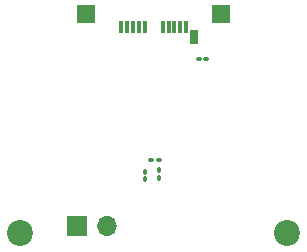
<source format=gbr>
%TF.GenerationSoftware,KiCad,Pcbnew,7.0.6*%
%TF.CreationDate,2023-07-11T14:09:12+02:00*%
%TF.ProjectId,power-output,706f7765-722d-46f7-9574-7075742e6b69,X1*%
%TF.SameCoordinates,Original*%
%TF.FileFunction,Soldermask,Bot*%
%TF.FilePolarity,Negative*%
%FSLAX46Y46*%
G04 Gerber Fmt 4.6, Leading zero omitted, Abs format (unit mm)*
G04 Created by KiCad (PCBNEW 7.0.6) date 2023-07-11 14:09:12*
%MOMM*%
%LPD*%
G01*
G04 APERTURE LIST*
G04 Aperture macros list*
%AMRoundRect*
0 Rectangle with rounded corners*
0 $1 Rounding radius*
0 $2 $3 $4 $5 $6 $7 $8 $9 X,Y pos of 4 corners*
0 Add a 4 corners polygon primitive as box body*
4,1,4,$2,$3,$4,$5,$6,$7,$8,$9,$2,$3,0*
0 Add four circle primitives for the rounded corners*
1,1,$1+$1,$2,$3*
1,1,$1+$1,$4,$5*
1,1,$1+$1,$6,$7*
1,1,$1+$1,$8,$9*
0 Add four rect primitives between the rounded corners*
20,1,$1+$1,$2,$3,$4,$5,0*
20,1,$1+$1,$4,$5,$6,$7,0*
20,1,$1+$1,$6,$7,$8,$9,0*
20,1,$1+$1,$8,$9,$2,$3,0*%
G04 Aperture macros list end*
%ADD10R,0.380000X1.000000*%
%ADD11R,0.700000X1.150000*%
%ADD12C,2.200000*%
%ADD13R,1.700000X1.700000*%
%ADD14O,1.700000X1.700000*%
%ADD15R,1.500000X1.500000*%
%ADD16RoundRect,0.100000X0.100000X-0.130000X0.100000X0.130000X-0.100000X0.130000X-0.100000X-0.130000X0*%
%ADD17RoundRect,0.100000X0.130000X0.100000X-0.130000X0.100000X-0.130000X-0.100000X0.130000X-0.100000X0*%
%ADD18RoundRect,0.100000X-0.130000X-0.100000X0.130000X-0.100000X0.130000X0.100000X-0.130000X0.100000X0*%
G04 APERTURE END LIST*
D10*
%TO.C,P1*%
X142750000Y-129040000D03*
X142250000Y-129040000D03*
X141750000Y-129040000D03*
X141250000Y-129040000D03*
X140750000Y-129040000D03*
X139250000Y-129040000D03*
X138750000Y-129040000D03*
X138250000Y-129040000D03*
X137750000Y-129040000D03*
X137250000Y-129040000D03*
D11*
X143420000Y-129880000D03*
%TD*%
D12*
%TO.C,H1*%
X128700000Y-146500000D03*
%TD*%
%TO.C,H2*%
X151300000Y-146500000D03*
%TD*%
D13*
%TO.C,J1*%
X133470000Y-145870000D03*
D14*
X136010000Y-145870000D03*
%TD*%
D15*
%TO.C,TP2*%
X134300000Y-128000000D03*
%TD*%
%TO.C,TP4*%
X145700000Y-128000000D03*
%TD*%
D16*
%TO.C,C3*%
X139290000Y-141970000D03*
X139290000Y-141330000D03*
%TD*%
%TO.C,R2*%
X140430000Y-141835000D03*
X140430000Y-141195000D03*
%TD*%
D17*
%TO.C,C2*%
X140435000Y-140320000D03*
X139795000Y-140320000D03*
%TD*%
D18*
%TO.C,R1*%
X143805000Y-131800000D03*
X144445000Y-131800000D03*
%TD*%
M02*

</source>
